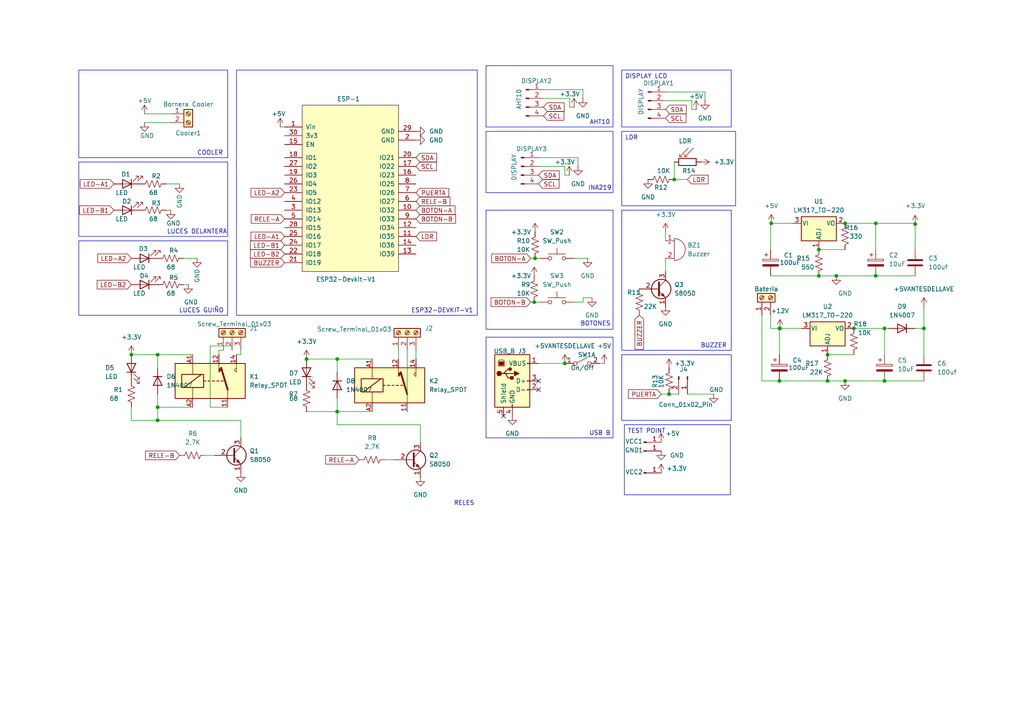
<source format=kicad_sch>
(kicad_sch (version 20231120) (generator "eeschema") (generator_version "8.0")
  (paper "A4")
  (lib_symbols
    (symbol "Connector:Conn_01x01_Pin" (pin_names (offset 1.016) hide)
      (property "Reference" "J" (at 0 2.54 0))
      (property "Value" "Conn_01x01_Pin" (at 0 -2.54 0))
      (symbol "Conn_01x01_Pin_1_1"
        (pin passive line (at 5.08 0 180) (length 3.81) (name "Pin_1") (number "1"))
      )
    )
    (symbol "Connector:Conn_01x02_Pin" (pin_names (offset 1.016) hide)
      (property "Reference" "J" (at 0 2.54 0))
      (property "Value" "Conn_01x02_Pin" (at 0 -5.08 0))
      (symbol "Conn_01x02_Pin_1_1"
        (pin passive line (at 5.08 0 180) (length 3.81) (name "Pin_1") (number "1"))
        (pin passive line (at 5.08 -2.54 180) (length 3.81) (name "Pin_2") (number "2"))
      )
    )
    (symbol "Connector:Conn_01x04_Pin" (pin_names (offset 1.016) hide)
      (property "Reference" "J" (at 0 5.08 0))
      (property "Value" "Conn_01x04_Pin" (at 0 -7.62 0))
      (symbol "Conn_01x04_Pin_1_1"
        (pin passive line (at 5.08 2.54 180) (length 3.81) (name "Pin_1") (number "1"))
        (pin passive line (at 5.08 0 180) (length 3.81) (name "Pin_2") (number "2"))
        (pin passive line (at 5.08 -2.54 180) (length 3.81) (name "Pin_3") (number "3"))
        (pin passive line (at 5.08 -5.08 180) (length 3.81) (name "Pin_4") (number "4"))
      )
    )
    (symbol "Connector:Screw_Terminal_01x02" (pin_names (offset 1.016) hide)
      (property "Reference" "J" (at 0 2.54 0))
      (property "Value" "Screw_Terminal_01x02" (at 0 -5.08 0))
      (symbol "Screw_Terminal_01x02_1_1"
        (pin passive line (at -5.08 0 0) (length 3.81) (name "Pin_1") (number "1"))
        (pin passive line (at -5.08 -2.54 0) (length 3.81) (name "Pin_2") (number "2"))
      )
    )
    (symbol "Connector:Screw_Terminal_01x03" (pin_names (offset 1.016) hide)
      (property "Reference" "J" (at 0 5.08 0))
      (property "Value" "Screw_Terminal_01x03" (at 0 -5.08 0))
      (symbol "Screw_Terminal_01x03_1_1"
        (pin passive line (at -5.08 2.54 0) (length 3.81) (name "Pin_1") (number "1"))
        (pin passive line (at -5.08 0 0) (length 3.81) (name "Pin_2") (number "2"))
        (pin passive line (at -5.08 -2.54 0) (length 3.81) (name "Pin_3") (number "3"))
      )
    )
    (symbol "Connector:USB_B" (pin_names (offset 1.016))
      (property "Reference" "J" (at -5.08 11.43 0))
      (property "Value" "USB_B" (at -5.08 8.89 0))
      (symbol "USB_B_1_1"
        (pin power_out line (at 7.62 5.08 180) (length 2.54) (name "VBUS") (number "1"))
        (pin bidirectional line (at 7.62 -2.54 180) (length 2.54) (name "D-") (number "2"))
        (pin bidirectional line (at 7.62 0 180) (length 2.54) (name "D+") (number "3"))
        (pin power_out line (at 0 -10.16 90) (length 2.54) (name "GND") (number "4"))
        (pin passive line (at -2.54 -10.16 90) (length 2.54) (name "Shield") (number "5"))
      )
    )
    (symbol "Device:Buzzer" (pin_names (offset 0.0254) hide)
      (property "Reference" "BZ" (at 3.81 1.27 0))
      (property "Value" "Buzzer" (at 3.81 -1.27 0))
      (symbol "Buzzer_1_1"
        (pin passive line (at -2.54 2.54 0) (length 2.54) (name "+") (number "1"))
        (pin passive line (at -2.54 -2.54 0) (length 2.54) (name "-") (number "2"))
      )
    )
    (symbol "Device:C" (pin_numbers hide) (pin_names (offset 0.254))
      (property "Reference" "C" (at 0.635 2.54 0))
      (property "Value" "C" (at 0.635 -2.54 0))
      (symbol "C_1_1"
        (pin passive line (at 0 3.81 270) (length 2.794) (name "~") (number "1"))
        (pin passive line (at 0 -3.81 90) (length 2.794) (name "~") (number "2"))
      )
    )
    (symbol "Device:C_Polarized" (pin_numbers hide) (pin_names (offset 0.254))
      (property "Reference" "C" (at 0.635 2.54 0))
      (property "Value" "C_Polarized" (at 0.635 -2.54 0))
      (symbol "C_Polarized_1_1"
        (pin passive line (at 0 3.81 270) (length 2.794) (name "~") (number "1"))
        (pin passive line (at 0 -3.81 90) (length 2.794) (name "~") (number "2"))
      )
    )
    (symbol "Device:LED" (pin_numbers hide) (pin_names (offset 1.016) hide)
      (property "Reference" "D" (at 0 2.54 0))
      (property "Value" "LED" (at 0 -2.54 0))
      (symbol "LED_1_1"
        (pin passive line (at -3.81 0 0) (length 2.54) (name "K") (number "1"))
        (pin passive line (at 3.81 0 180) (length 2.54) (name "A") (number "2"))
      )
    )
    (symbol "Device:R_US" (pin_numbers hide) (pin_names (offset 0))
      (property "Reference" "R" (at 2.54 0 90))
      (property "Value" "R_US" (at -2.54 0 90))
      (symbol "R_US_1_1"
        (pin passive line (at 0 3.81 270) (length 1.27) (name "~") (number "1"))
        (pin passive line (at 0 -3.81 90) (length 1.27) (name "~") (number "2"))
      )
    )
    (symbol "Diode:1N4007" (pin_numbers hide) (pin_names hide)
      (property "Reference" "D" (at 0 2.54 0))
      (property "Value" "1N4007" (at 0 -2.54 0))
      (symbol "1N4007_1_1"
        (pin passive line (at -3.81 0 0) (length 2.54) (name "K") (number "1"))
        (pin passive line (at 3.81 0 180) (length 2.54) (name "A") (number "2"))
      )
    )
    (symbol "Regulator_Linear:LM317_TO-220" (pin_names (offset 0.254))
      (property "Reference" "U" (at -3.81 3.175 0))
      (property "Value" "LM317_TO-220" (at 0 3.175 0))
      (symbol "LM317_TO-220_1_1"
        (pin input line (at 0 -7.62 90) (length 2.54) (name "ADJ") (number "1"))
        (pin power_out line (at 7.62 0 180) (length 2.54) (name "VO") (number "2"))
        (pin power_in line (at -7.62 0 0) (length 2.54) (name "VI") (number "3"))
      )
    )
    (symbol "Relay:Relay_SPDT"
      (property "Reference" "K" (at 11.43 3.81 0))
      (property "Value" "Relay_SPDT" (at 11.43 1.27 0))
      (symbol "Relay_SPDT_1_1"
        (pin passive line (at 5.08 -7.62 90) (length 2.54) (name "~") (number "11"))
        (pin passive line (at 2.54 7.62 270) (length 2.54) (name "~") (number "12"))
        (pin passive line (at 7.62 7.62 270) (length 2.54) (name "~") (number "14"))
        (pin passive line (at -5.08 7.62 270) (length 2.54) (name "~") (number "A1"))
        (pin passive line (at -5.08 -7.62 90) (length 2.54) (name "~") (number "A2"))
      )
    )
    (symbol "Sensor_Optical:A1050" (pin_numbers hide) (pin_names (offset 0))
      (property "Reference" "R" (at -5.08 0 90))
      (property "Value" "A1050" (at 1.905 0 90))
      (symbol "A1050_1_1"
        (pin passive line (at 0 3.81 270) (length 1.27) (name "~") (number "1"))
        (pin passive line (at 0 -3.81 90) (length 1.27) (name "~") (number "2"))
      )
    )
    (symbol "Switch:SW_DPST_x2" (pin_names (offset 0) hide)
      (property "Reference" "SW" (at 0 3.175 0))
      (property "Value" "SW_DPST_x2" (at 0 -2.54 0))
      (symbol "SW_DPST_x2_1_1"
        (pin passive line (at -5.08 0 0) (length 2.54) (name "A") (number "1"))
        (pin passive line (at 5.08 0 180) (length 2.54) (name "B") (number "2"))
      )
      (symbol "SW_DPST_x2_2_1"
        (pin passive line (at -5.08 0 0) (length 2.54) (name "A") (number "3"))
        (pin passive line (at 5.08 0 180) (length 2.54) (name "B") (number "4"))
      )
    )
    (symbol "Switch:SW_Push" (pin_numbers hide) (pin_names (offset 1.016) hide)
      (property "Reference" "SW" (at 1.27 2.54 0))
      (property "Value" "SW_Push" (at 0 -1.524 0))
      (symbol "SW_Push_0_1"
        (pin passive line (at -5.08 0 0) (length 2.54) (name "1") (number "1"))
        (pin passive line (at 5.08 0 180) (length 2.54) (name "2") (number "2"))
      )
    )
    (symbol "Transistor_BJT:S8050" (pin_names (offset 0) hide)
      (property "Reference" "Q" (at 5.08 1.905 0))
      (property "Value" "S8050" (at 5.08 0 0))
      (symbol "S8050_1_1"
        (pin passive line (at 2.54 -5.08 90) (length 2.54) (name "E") (number "1"))
        (pin input line (at -5.08 0 0) (length 5.08) (name "B") (number "2"))
        (pin passive line (at 2.54 5.08 270) (length 2.54) (name "C") (number "3"))
      )
    )
    (symbol "esp32-devkit-v1:ESP32-Devkit-V1" (pin_names (offset 1.016))
      (property "Reference" "U" (at 13.97 -21.59 0))
      (property "Value" "ESP32-Devkit-V1" (at 13.97 -2.54 0))
      (symbol "ESP32-Devkit-V1_1_1"
        (pin power_in line (at -5.08 -6.35 0) (length 5.08) (name "Vin") (number "1"))
        (pin bidirectional line (at 33.02 -30.48 180) (length 5.08) (name "IO32") (number "10"))
        (pin bidirectional line (at 33.02 -38.1 180) (length 5.08) (name "IO35") (number "11"))
        (pin bidirectional line (at 33.02 -35.56 180) (length 5.08) (name "IO34") (number "12"))
        (pin bidirectional line (at 33.02 -43.18 180) (length 5.08) (name "IO39") (number "13"))
        (pin bidirectional line (at 33.02 -40.64 180) (length 5.08) (name "IO36") (number "14"))
        (pin input line (at -5.08 -11.43 0) (length 5.08) (name "EN") (number "15"))
        (pin bidirectional line (at 33.02 -20.32 180) (length 5.08) (name "IO23") (number "16"))
        (pin bidirectional line (at 33.02 -17.78 180) (length 5.08) (name "IO22") (number "17"))
        (pin bidirectional line (at -5.08 -15.24 0) (length 5.08) (name "IO1") (number "18"))
        (pin bidirectional line (at -5.08 -20.32 0) (length 5.08) (name "IO3") (number "19"))
        (pin power_out line (at 33.02 -10.16 180) (length 5.08) (name "GND") (number "2"))
        (pin bidirectional line (at 33.02 -15.24 180) (length 5.08) (name "IO21") (number "20"))
        (pin bidirectional line (at -5.08 -45.72 0) (length 5.08) (name "IO19") (number "21"))
        (pin bidirectional line (at -5.08 -43.18 0) (length 5.08) (name "IO18") (number "22"))
        (pin bidirectional line (at -5.08 -25.4 0) (length 5.08) (name "IO5") (number "23"))
        (pin bidirectional line (at -5.08 -40.64 0) (length 5.08) (name "IO17") (number "24"))
        (pin bidirectional line (at -5.08 -38.1 0) (length 5.08) (name "IO16") (number "25"))
        (pin bidirectional line (at -5.08 -22.86 0) (length 5.08) (name "IO4") (number "26"))
        (pin bidirectional line (at -5.08 -17.78 0) (length 5.08) (name "IO2") (number "27"))
        (pin bidirectional line (at -5.08 -35.56 0) (length 5.08) (name "IO15") (number "28"))
        (pin power_out line (at 33.02 -7.62 180) (length 5.08) (name "GND") (number "29"))
        (pin bidirectional line (at -5.08 -30.48 0) (length 5.08) (name "IO13") (number "3"))
        (pin power_out line (at -5.08 -8.89 0) (length 5.08) (name "3v3") (number "30"))
        (pin bidirectional line (at -5.08 -27.94 0) (length 5.08) (name "IO12") (number "4"))
        (pin bidirectional line (at -5.08 -33.02 0) (length 5.08) (name "IO14") (number "5"))
        (pin bidirectional line (at 33.02 -27.94 180) (length 5.08) (name "IO27") (number "6"))
        (pin bidirectional line (at 33.02 -25.4 180) (length 5.08) (name "IO26") (number "7"))
        (pin bidirectional line (at 33.02 -22.86 180) (length 5.08) (name "IO25") (number "8"))
        (pin bidirectional line (at 33.02 -33.02 180) (length 5.08) (name "IO33") (number "9"))
      )
    )
    (symbol "power:+3.3V" (power) (pin_numbers hide) (pin_names (offset 0) hide)
      (property "Value" "+3.3V" (at 0 3.556 0))
      (symbol "+3.3V_1_1"
        (pin power_in line (at 0 0 90) (length 0) (name "~") (number "1"))
      )
    )
    (symbol "power:+5V" (power) (pin_numbers hide) (pin_names (offset 0) hide)
      (property "Value" "+5V" (at 0 3.556 0))
      (symbol "+5V_1_1"
        (pin power_in line (at 0 0 90) (length 0) (name "~") (number "1"))
      )
    )
    (symbol "power:GND" (power) (pin_numbers hide) (pin_names (offset 0) hide)
      (property "Value" "GND" (at 0 -3.81 0))
      (symbol "GND_1_1"
        (pin power_in line (at 0 0 270) (length 0) (name "~") (number "1"))
      )
    )
  )
  (junction (at 256.54 95.25))
  (junction (at 240.03 110.49))
  (junction (at 194.056 114.3))
  (junction (at 45.72 118.11))
  (junction (at 88.9 104.14))
  (junction (at 242.57 80.01))
  (junction (at 245.11 64.77))
  (junction (at 45.72 121.92))
  (junction (at 254 64.77))
  (junction (at 154.94 87.63))
  (junction (at 245.11 110.49))
  (junction (at 38.1 102.87))
  (junction (at 97.79 104.14))
  (junction (at 265.43 65.0001))
  (junction (at 237.49 72.39))
  (junction (at 267.97 95.25))
  (junction (at 163.83 105.41))
  (junction (at 254 80.01))
  (junction (at 97.79 119.38))
  (junction (at 226.06 110.49))
  (junction (at 223.686 64.77))
  (junction (at 247.65 95.25))
  (junction (at 226.06 95.25))
  (junction (at 45.72 102.87))
  (junction (at 237.49 80.01))
  (junction (at 155.194 74.93))
  (junction (at 226.226 95.25))
  (junction (at 256.54 110.49))
  (junction (at 240.03 102.87))
  (junction (at 195.58 52.07))
  (no_connect (at 156.21 110.49))
  (no_connect (at 146.05 120.65))
  (no_connect (at 156.21 113.03))
  (wire (pts (xy 220.98 91.44) (xy 220.98 110.49)))
  (wire (pts (xy 226.226 95.25) (xy 226.06 95.25)))
  (wire (pts (xy 97.79 104.14) (xy 97.79 107.95)))
  (wire (pts (xy 169.164 87.63) (xy 166.624 87.63)))
  (wire (pts (xy 265.43 64.77) (xy 254 64.77)))
  (wire (pts (xy 200.66 29.21) (xy 193.04 29.21)))
  (wire (pts (xy 204.47 29.21) (xy 204.47 26.67)))
  (wire (pts (xy 45.72 102.87) (xy 45.72 106.68)))
  (wire (pts (xy 118.11 101.6) (xy 118.11 119.38)))
  (wire (pts (xy 49.53 60.96) (xy 48.26 60.96)))
  (wire (pts (xy 237.49 80.01) (xy 242.57 80.01)))
  (wire (pts (xy 115.57 101.6) (xy 115.57 104.14)))
  (wire (pts (xy 240.03 110.49) (xy 245.11 110.49)))
  (wire (pts (xy 165.2503 28.535) (xy 157.6303 28.535)))
  (wire (pts (xy 229.87 64.77) (xy 223.686 64.77)))
  (wire (pts (xy 121.92 123.19) (xy 97.79 123.19)))
  (wire (pts (xy 193.04 74.93) (xy 193.04 78.74)))
  (wire (pts (xy 265.43 65.0001) (xy 265.43 64.77)))
  (wire (pts (xy 57.15 74.93) (xy 53.34 74.93)))
  (wire (pts (xy 88.9 119.38) (xy 97.79 119.38)))
  (wire (pts (xy 256.54 110.49) (xy 267.97 110.49)))
  (wire (pts (xy 254 72.39) (xy 254 64.77)))
  (wire (pts (xy 38.1 102.87) (xy 45.72 102.87)))
  (wire (pts (xy 107.95 119.38) (xy 97.79 119.38)))
  (wire (pts (xy 165.1 50.8) (xy 163.83 50.8)))
  (wire (pts (xy 97.79 119.38) (xy 97.79 115.57)))
  (wire (pts (xy 107.95 104.14) (xy 97.79 104.14)))
  (wire (pts (xy 169.164 86.36) (xy 169.164 87.63)))
  (wire (pts (xy 223.52 80.01) (xy 237.49 80.01)))
  (wire (pts (xy 256.54 95.25) (xy 257.81 95.25)))
  (wire (pts (xy 68.58 102.87) (xy 69.85 102.87)))
  (wire (pts (xy 120.65 101.6) (xy 120.65 104.14)))
  (wire (pts (xy 240.03 102.87) (xy 247.65 102.87)))
  (wire (pts (xy 200.66 31.75) (xy 200.66 29.21)))
  (wire (pts (xy 204.47 26.67) (xy 193.04 26.67)))
  (wire (pts (xy 54.61 82.55) (xy 53.34 82.55)))
  (wire (pts (xy 237.49 72.39) (xy 245.11 72.39)))
  (wire (pts (xy 195.58 46.99) (xy 195.58 52.07)))
  (wire (pts (xy 81.28 36.83) (xy 82.55 36.83)))
  (wire (pts (xy 163.83 50.8) (xy 163.83 48.26)))
  (wire (pts (xy 60.96 100.33) (xy 60.96 118.11)))
  (wire (pts (xy 38.1 121.92) (xy 45.72 121.92)))
  (wire (pts (xy 111.76 133.35) (xy 114.3 133.35)))
  (wire (pts (xy 52.07 53.34) (xy 48.26 53.34)))
  (wire (pts (xy 59.69 132.08) (xy 62.23 132.08)))
  (wire (pts (xy 154.94 87.63) (xy 156.464 87.63)))
  (wire (pts (xy 226.06 110.49) (xy 240.03 110.49)))
  (wire (pts (xy 256.54 102.87) (xy 256.54 95.25)))
  (wire (pts (xy 169.0603 28.535) (xy 169.0603 25.995)))
  (wire (pts (xy 232.41 95.25) (xy 226.226 95.25)))
  (wire (pts (xy 265.43 72.39) (xy 265.43 65.0001)))
  (wire (pts (xy 155.194 74.93) (xy 156.464 74.93)))
  (wire (pts (xy 41.91 35.56) (xy 49.53 35.56)))
  (wire (pts (xy 38.1 118.11) (xy 38.1 121.92)))
  (wire (pts (xy 67.31 101.6) (xy 67.31 100.33)))
  (wire (pts (xy 223.52 95.25) (xy 226.06 95.25)))
  (wire (pts (xy 169.0603 25.995) (xy 157.6303 25.995)))
  (wire (pts (xy 63.5 101.6) (xy 63.5 102.87)))
  (wire (pts (xy 254 80.01) (xy 265.43 80.01)))
  (wire (pts (xy 69.85 102.87) (xy 69.85 101.6)))
  (wire (pts (xy 166.5203 31.075) (xy 165.2503 31.075)))
  (wire (pts (xy 223.52 64.77) (xy 223.52 72.39)))
  (wire (pts (xy 199.39 114.3) (xy 207.01 114.3)))
  (wire (pts (xy 69.85 127) (xy 69.85 121.92)))
  (wire (pts (xy 226.06 95.25) (xy 226.06 102.87)))
  (wire (pts (xy 60.96 118.11) (xy 66.04 118.11)))
  (wire (pts (xy 167.64 45.72) (xy 156.21 45.72)))
  (wire (pts (xy 223.52 91.44) (xy 223.52 95.25)))
  (wire (pts (xy 153.924 74.93) (xy 155.194 74.93)))
  (wire (pts (xy 41.91 33.02) (xy 49.53 33.02)))
  (wire (pts (xy 191.77 114.3) (xy 194.056 114.3)))
  (wire (pts (xy 55.88 118.11) (xy 45.72 118.11)))
  (wire (pts (xy 167.64 48.26) (xy 167.64 45.72)))
  (wire (pts (xy 165.2503 31.075) (xy 165.2503 28.535)))
  (wire (pts (xy 245.11 110.49) (xy 256.54 110.49)))
  (wire (pts (xy 254 64.77) (xy 245.11 64.77)))
  (wire (pts (xy 45.72 121.92) (xy 45.72 118.11)))
  (wire (pts (xy 242.57 80.01) (xy 254 80.01)))
  (wire (pts (xy 267.97 95.25) (xy 267.97 102.87)))
  (wire (pts (xy 69.85 121.92) (xy 45.72 121.92)))
  (wire (pts (xy 156.21 105.41) (xy 163.83 105.41)))
  (wire (pts (xy 88.9 104.14) (xy 97.79 104.14)))
  (wire (pts (xy 64.77 101.6) (xy 63.5 101.6)))
  (wire (pts (xy 45.72 118.11) (xy 45.72 114.3)))
  (wire (pts (xy 67.31 100.33) (xy 60.96 100.33)))
  (wire (pts (xy 163.83 48.26) (xy 156.21 48.26)))
  (wire (pts (xy 153.924 87.63) (xy 154.94 87.63)))
  (wire (pts (xy 226.06 110.49) (xy 220.98 110.49)))
  (wire (pts (xy 201.93 31.75) (xy 200.66 31.75)))
  (wire (pts (xy 194.056 114.3) (xy 196.85 114.3)))
  (wire (pts (xy 55.88 102.87) (xy 45.72 102.87)))
  (wire (pts (xy 223.686 64.77) (xy 223.52 64.77)))
  (wire (pts (xy 267.97 95.25) (xy 267.97 88.9)))
  (wire (pts (xy 169.164 86.36) (xy 171.704 86.36)))
  (wire (pts (xy 199.39 52.07) (xy 195.58 52.07)))
  (wire (pts (xy 265.43 95.25) (xy 267.97 95.25)))
  (wire (pts (xy 193.04 67.31) (xy 193.04 69.85)))
  (wire (pts (xy 97.79 123.19) (xy 97.79 119.38)))
  (wire (pts (xy 166.624 74.93) (xy 170.434 74.93)))
  (wire (pts (xy 175.26 105.41) (xy 173.99 105.41)))
  (wire (pts (xy 256.54 95.25) (xy 247.65 95.25)))
  (wire (pts (xy 121.92 128.27) (xy 121.92 123.19)))
  (rectangle (start 180.34 60.96) (end 212.09 101.6))
  (rectangle (start 140.97 19.05) (end 177.8 36.83))
  (rectangle (start 180.34 102.87) (end 212.09 121.92))
  (rectangle (start 22.86 69.85) (end 66.04 91.44))
  (rectangle (start 22.86 46.99) (end 66.04 68.58))
  (rectangle (start 140.97 97.79) (end 177.8 127))
  (rectangle (start 22.86 20.32) (end 66.04 45.72))
  (rectangle (start 140.97 38.1) (end 177.8 55.88))
  (rectangle (start 68.58 20.32) (end 138.43 91.44))
  (rectangle (start 140.97 60.96) (end 177.8 95.504))
  (text_box "TEST POINT\n" (at 181.102 123.19 0) (size 30.734 20.32) (effects (font (size 1.27 1.27)) (justify left top)))
  (text_box "LDR\n" (at 180.34 38.1 0) (size 33.02 21.59) (effects (font (size 1.27 1.27)) (justify left top)))
  (text_box "DISPLAY LCD" (at 180.34 20.32 0) (size 31.75 16.51) (effects (font (size 1.27 1.27)) (justify left top)))
  (text "INA219" (at 173.99 54.61 0) (effects (font (size 1.27 1.27))))
  (text "LUCES DELANTERA" (at 57.15 67.31 0) (effects (font (size 1.27 1.27))))
  (text "LUCES GUIÑO" (at 58.42 90.17 0) (effects (font (size 1.27 1.27))))
  (text "ESP32-DEVKIT-V1" (at 128.27 90.17 0) (effects (font (size 1.27 1.27))))
  (text "RELES\n" (at 134.62 146.05 0) (effects (font (size 1.27 1.27))))
  (text "USB B" (at 173.99 125.73 0) (effects (font (size 1.27 1.27))))
  (text "COOLER" (at 60.96 44.45 0) (effects (font (size 1.27 1.27))))
  (text "BOTONES\n" (at 172.72 93.98 0) (effects (font (size 1.27 1.27))))
  (text "BUZZER" (at 207.01 100.33 0) (effects (font (size 1.27 1.27))))
  (text "AHT10" (at 173.99 35.56 0) (effects (font (size 1.27 1.27))))
  (global_label "LED-A1" (shape input) (at 82.55 68.58 180) (property "Intersheetrefs" "${INTERSHEET_REFS}" (effects (hide yes))))
  (global_label "SDA" (shape input) (at 156.21 50.8 0) (property "Intersheetrefs" "${INTERSHEET_REFS}" (effects (hide yes))))
  (global_label "BOTON-A" (shape input) (at 120.65 60.96 0) (property "Intersheetrefs" "${INTERSHEET_REFS}" (effects (hide yes))))
  (global_label "PUERTA" (shape input) (at 191.77 114.3 180) (property "Intersheetrefs" "${INTERSHEET_REFS}" (effects (hide yes))))
  (global_label "SDA" (shape input) (at 193.04 31.75 0) (property "Intersheetrefs" "${INTERSHEET_REFS}" (effects (hide yes))))
  (global_label "RELE-A" (shape input) (at 104.14 133.35 180) (property "Intersheetrefs" "${INTERSHEET_REFS}" (effects (hide yes))))
  (global_label "SDA" (shape input) (at 120.65 45.72 0) (property "Intersheetrefs" "${INTERSHEET_REFS}" (effects (hide yes))))
  (global_label "BOTON-B" (shape input) (at 120.65 63.5 0) (property "Intersheetrefs" "${INTERSHEET_REFS}" (effects (hide yes))))
  (global_label "SDA" (shape input) (at 157.6303 31.075 0) (property "Intersheetrefs" "${INTERSHEET_REFS}" (effects (hide yes))))
  (global_label "RELE-A" (shape input) (at 82.55 63.5 180) (property "Intersheetrefs" "${INTERSHEET_REFS}" (effects (hide yes))))
  (global_label "LED-A2" (shape input) (at 38.1 74.93 180) (property "Intersheetrefs" "${INTERSHEET_REFS}" (effects (hide yes))))
  (global_label "BUZZER" (shape input) (at 82.55 76.2 180) (property "Intersheetrefs" "${INTERSHEET_REFS}" (effects (hide yes))))
  (global_label "SCL" (shape input) (at 193.04 34.29 0) (property "Intersheetrefs" "${INTERSHEET_REFS}" (effects (hide yes))))
  (global_label "SCL" (shape input) (at 157.6303 33.615 0) (property "Intersheetrefs" "${INTERSHEET_REFS}" (effects (hide yes))))
  (global_label "LDR" (shape input) (at 120.65 68.58 0) (property "Intersheetrefs" "${INTERSHEET_REFS}" (effects (hide yes))))
  (global_label "LED-B1" (shape input) (at 33.02 60.96 180) (property "Intersheetrefs" "${INTERSHEET_REFS}" (effects (hide yes))))
  (global_label "LDR" (shape input) (at 199.39 52.07 0) (property "Intersheetrefs" "${INTERSHEET_REFS}" (effects (hide yes))))
  (global_label "LED-B1" (shape input) (at 82.55 71.12 180) (property "Intersheetrefs" "${INTERSHEET_REFS}" (effects (hide yes))))
  (global_label "LED-A1" (shape input) (at 33.02 53.34 180) (property "Intersheetrefs" "${INTERSHEET_REFS}" (effects (hide yes))))
  (global_label "BUZZER" (shape input) (at 185.42 91.44 270) (property "Intersheetrefs" "${INTERSHEET_REFS}" (effects (hide yes))))
  (global_label "BOTON-A" (shape input) (at 153.924 74.93 180) (property "Intersheetrefs" "${INTERSHEET_REFS}" (effects (hide yes))))
  (global_label "SCL" (shape input) (at 156.21 53.34 0) (property "Intersheetrefs" "${INTERSHEET_REFS}" (effects (hide yes))))
  (global_label "BOTON-B" (shape input) (at 153.924 87.63 180) (property "Intersheetrefs" "${INTERSHEET_REFS}" (effects (hide yes))))
  (global_label "PUERTA" (shape input) (at 120.65 55.88 0) (property "Intersheetrefs" "${INTERSHEET_REFS}" (effects (hide yes))))
  (global_label "SCL" (shape input) (at 120.65 48.26 0) (property "Intersheetrefs" "${INTERSHEET_REFS}" (effects (hide yes))))
  (global_label "RELE-B" (shape input) (at 120.65 58.42 0) (property "Intersheetrefs" "${INTERSHEET_REFS}" (effects (hide yes))))
  (global_label "RELE-B" (shape input) (at 52.07 132.08 180) (property "Intersheetrefs" "${INTERSHEET_REFS}" (effects (hide yes))))
  (global_label "LED-B2" (shape input) (at 38.1 82.55 180) (property "Intersheetrefs" "${INTERSHEET_REFS}" (effects (hide yes))))
  (global_label "LED-A2" (shape input) (at 82.55 55.88 180) (property "Intersheetrefs" "${INTERSHEET_REFS}" (effects (hide yes))))
  (global_label "LED-B2" (shape input) (at 82.55 73.66 180) (property "Intersheetrefs" "${INTERSHEET_REFS}" (effects (hide yes))))
  (symbol (lib_id "power:+5V") (at 81.28 36.83 0) (unit 1)
    (property "Reference" "#PWR010" (effects (hide yes)))
    (property "Value" "+5V" (at 78.74 33.02 0) (effects (justify left)))
    (property "Description" "Power symbol creates a global label with name \"+5V\"" (effects (hide yes)))
  )
  (symbol (lib_id "power:GND") (at 242.57 80.01 0) (unit 1)
    (property "Reference" "#PWR018" (effects (hide yes)))
    (property "Value" "GND" (at 245.11 85.09 0))
    (property "Description" "Power symbol creates a global label with name \"GND\" , ground" (effects (hide yes)))
  )
  (symbol (lib_id "Device:R_US") (at 240.03 106.68 0) (mirror y) (unit 1)
    (property "Reference" "R17" (at 237.49 105.4099 0) (effects (justify left)))
    (property "Value" "22K" (at 238.76 107.95 0) (effects (justify left)))
    (property "Footprint" "Resistor_THT:R_Axial_DIN0207_L6.3mm_D2.5mm_P10.16mm_Horizontal" (effects (hide yes)))
    (property "Description" "Resistor, US symbol" (effects (hide yes)))
  )
  (symbol (lib_id "Connector:Screw_Terminal_01x02") (at 54.61 33.02 0) (unit 1)
    (property "Reference" "Cooler1" (at 54.61 38.608 0))
    (property "Value" "Bornera Cooler" (at 54.61 30.226 0))
    (property "Footprint" "TerminalBlock:TerminalBlock_bornier-2_P5.08mm" (effects (hide yes)))
    (property "Description" "Generic screw terminal, single row, 01x02, script generated (kicad-library-utils/schlib/autogen/connector/)" (effects (hide yes)))
  )
  (symbol (lib_id "Device:R_US") (at 49.53 74.93 270) (unit 1)
    (property "Reference" "R4" (at 49.022 72.644 90) (effects (justify left)))
    (property "Value" "68" (at 48.2601 77.47 90) (effects (justify left)))
    (property "Footprint" "Resistor_THT:R_Axial_DIN0207_L6.3mm_D2.5mm_P10.16mm_Horizontal" (effects (hide yes)))
    (property "Description" "Resistor, US symbol" (effects (hide yes)))
  )
  (symbol (lib_id "Transistor_BJT:S8050") (at 67.31 132.08 0) (unit 1)
    (property "Reference" "Q1" (at 72.39 130.8099 0) (effects (justify left)))
    (property "Value" "S8050" (at 72.39 133.3499 0) (effects (justify left)))
    (property "Footprint" "Package_TO_SOT_THT:TO-92_Inline" (effects (hide yes)))
    (property "Datasheet" "http://www.unisonic.com.tw/datasheet/S8050.pdf" (effects (hide yes)))
    (property "Description" "0.7A Ic, 20V Vce, Low Voltage High Current NPN Transistor, TO-92" (effects (hide yes)))
  )
  (symbol (lib_id "power:+3.3V") (at 203.2 46.99 270) (unit 1)
    (property "Reference" "#PWR037" (effects (hide yes)))
    (property "Value" "+3.3V" (at 207.01 46.9899 90) (effects (justify left)))
    (property "Description" "Power symbol creates a global label with name \"+3.3V\"" (effects (hide yes)))
  )
  (symbol (lib_id "Device:R_US") (at 38.1 114.3 0) (unit 1)
    (property "Reference" "R1" (at 34.29 113.03 0))
    (property "Value" "68" (at 31.75 115.57 0) (effects (justify left)))
    (property "Footprint" "Resistor_THT:R_Axial_DIN0207_L6.3mm_D2.5mm_P10.16mm_Horizontal" (effects (hide yes)))
    (property "Description" "Resistor, US symbol" (effects (hide yes)))
  )
  (symbol (lib_id "Device:R_US") (at 88.9 115.57 0) (unit 1)
    (property "Reference" "R7" (at 85.09 114.3 0))
    (property "Value" "68" (at 83.82 115.57 0) (effects (justify left)))
    (property "Footprint" "Resistor_THT:R_Axial_DIN0207_L6.3mm_D2.5mm_P10.16mm_Horizontal" (effects (hide yes)))
    (property "Description" "Resistor, US symbol" (effects (hide yes)))
  )
  (symbol (lib_id "power:+5V") (at 226.226 95.25 0) (unit 1)
    (property "Reference" "#PWR025" (effects (hide yes)))
    (property "Value" "+12V" (at 226.226 90.17 0))
    (property "Description" "Power symbol creates a global label with name \"+5V\"" (effects (hide yes)))
  )
  (symbol (lib_id "Transistor_BJT:S8050") (at 190.5 83.82 0) (unit 1)
    (property "Reference" "Q3" (at 195.58 82.5499 0) (effects (justify left)))
    (property "Value" "S8050" (at 195.58 85.0899 0) (effects (justify left)))
    (property "Footprint" "Package_TO_SOT_THT:TO-92_Inline" (effects (hide yes)))
    (property "Datasheet" "http://www.unisonic.com.tw/datasheet/S8050.pdf" (effects (hide yes)))
    (property "Description" "0.7A Ic, 20V Vce, Low Voltage High Current NPN Transistor, TO-92" (effects (hide yes)))
  )
  (symbol (lib_id "power:GND") (at 245.11 110.49 0) (unit 1)
    (property "Reference" "#PWR033" (effects (hide yes)))
    (property "Value" "GND" (at 245.11 115.57 0))
    (property "Description" "Power symbol creates a global label with name \"GND\" , ground" (effects (hide yes)))
  )
  (symbol (lib_id "Connector:Conn_01x01_Pin") (at 186.69 137.16 0) (unit 1)
    (property "Reference" "VCC2" (at 183.896 136.906 0))
    (property "Value" "Conn_01x01_Pin" (effects (hide yes)))
    (property "Footprint" "Connector_PinHeader_2.54mm:PinHeader_1x01_P2.54mm_Vertical" (effects (hide yes)))
    (property "Description" "Generic connector, single row, 01x01, script generated" (effects (hide yes)))
  )
  (symbol (lib_id "Device:Buzzer") (at 195.58 72.39 0) (unit 1)
    (property "Reference" "BZ1" (at 199.39 71.1199 0) (effects (justify left)))
    (property "Value" "Buzzer" (at 199.39 73.6599 0) (effects (justify left)))
    (property "Footprint" "Buzzer_Beeper:Buzzer_12x9.5RM7.6" (effects (hide yes)))
    (property "Description" "Buzzer, polarized" (effects (hide yes)))
  )
  (symbol (lib_id "power:+3.3V") (at 265.43 65.0001 0) (unit 1)
    (property "Reference" "#PWR011" (effects (hide yes)))
    (property "Value" "+3.3V" (at 265.43 59.69 0))
    (property "Description" "Power symbol creates a global label with name \"+3.3V\"" (effects (hide yes)))
  )
  (symbol (lib_id "power:+3.3V") (at 191.77 137.16 0) (mirror y) (unit 1)
    (property "Reference" "#PWR012" (effects (hide yes)))
    (property "Value" "+3.3V" (at 193.294 135.8899 0) (effects (justify right)))
    (property "Description" "Power symbol creates a global label with name \"+3.3V\"" (effects (hide yes)))
  )
  (symbol (lib_id "Connector:Screw_Terminal_01x03") (at 67.31 96.52 90) (unit 1)
    (property "Reference" "J1" (at 72.39 95.2499 90) (effects (justify right)))
    (property "Value" "Screw_Terminal_01x03" (at 57.15 93.98 90) (effects (justify right)))
    (property "Footprint" "TerminalBlock:TerminalBlock_bornier-3_P5.08mm" (effects (hide yes)))
    (property "Description" "Generic screw terminal, single row, 01x03, script generated (kicad-library-utils/schlib/autogen/connector/)" (effects (hide yes)))
  )
  (symbol (lib_id "Device:R_US") (at 44.45 53.34 270) (unit 1)
    (property "Reference" "R2" (at 43.942 51.054 90) (effects (justify left)))
    (property "Value" "68" (at 43.1801 55.88 90) (effects (justify left)))
    (property "Footprint" "Resistor_THT:R_Axial_DIN0207_L6.3mm_D2.5mm_P10.16mm_Horizontal" (effects (hide yes)))
    (property "Description" "Resistor, US symbol" (effects (hide yes)))
  )
  (symbol (lib_id "power:GND") (at 57.15 74.93 0) (unit 1)
    (property "Reference" "#PWR08" (effects (hide yes)))
    (property "Value" "GND" (at 57.15 80.01 90))
    (property "Description" "Power symbol creates a global label with name \"GND\" , ground" (effects (hide yes)))
  )
  (symbol (lib_id "Device:C") (at 267.97 106.68 0) (unit 1)
    (property "Reference" "C6" (at 271.78 105.4099 0) (effects (justify left)))
    (property "Value" "100uf" (at 271.78 107.9499 0) (effects (justify left)))
    (property "Footprint" "Capacitor_THT:C_Disc_D7.5mm_W4.4mm_P5.00mm" (effects (hide yes)))
    (property "Description" "Unpolarized capacitor" (effects (hide yes)))
  )
  (symbol (lib_id "Device:C_Polarized") (at 226.06 106.68 0) (unit 1)
    (property "Reference" "C4" (at 229.87 104.5209 0) (effects (justify left)))
    (property "Value" "100uF" (at 228.6469 106.6363 0) (effects (justify left)))
    (property "Footprint" "Capacitor_THT:CP_Radial_D6.3mm_P2.50mm" (effects (hide yes)))
    (property "Description" "Polarized capacitor" (effects (hide yes)))
  )
  (symbol (lib_id "Device:R_US") (at 245.11 68.58 0) (mirror x) (unit 1)
    (property "Reference" "R16" (at 248.92 66.04 0) (effects (justify right)))
    (property "Value" "330" (at 250.19 68.58 0) (effects (justify right)))
    (property "Footprint" "Resistor_THT:R_Axial_DIN0207_L6.3mm_D2.5mm_P10.16mm_Horizontal" (effects (hide yes)))
    (property "Description" "Resistor, US symbol" (effects (hide yes)))
  )
  (symbol (lib_id "power:GND") (at 49.53 60.96 0) (unit 1)
    (property "Reference" "#PWR07" (effects (hide yes)))
    (property "Value" "GND" (at 48.26 64.77 0) (effects (justify left)))
    (property "Description" "Power symbol creates a global label with name \"GND\" , ground" (effects (hide yes)))
  )
  (symbol (lib_id "Diode:1N4007") (at 45.72 110.49 270) (unit 1)
    (property "Reference" "D6" (at 48.26 109.2199 90) (effects (justify left)))
    (property "Value" "1N4007" (at 48.26 111.7599 90) (effects (justify left)))
    (property "Footprint" "Diode_THT:D_DO-41_SOD81_P10.16mm_Horizontal" (effects (hide yes)))
    (property "Datasheet" "http://www.vishay.com/docs/88503/1n4001.pdf" (effects (hide yes)))
    (property "Description" "1000V 1A General Purpose Rectifier Diode, DO-41" (effects (hide yes)))
    (property "Sim.Device" "D" (effects (hide yes)))
    (property "Sim.Pins" "1=K 2=A" (effects (hide yes)))
  )
  (symbol (lib_id "power:+3.3V") (at 193.04 67.31 0) (unit 1)
    (property "Reference" "#PWR034" (effects (hide yes)))
    (property "Value" "+3.3V" (at 193.04 62.23 0))
    (property "Description" "Power symbol creates a global label with name \"+3.3V\"" (effects (hide yes)))
  )
  (symbol (lib_id "Transistor_BJT:S8050") (at 119.38 133.35 0) (unit 1)
    (property "Reference" "Q2" (at 124.46 132.0799 0) (effects (justify left)))
    (property "Value" "S8050" (at 124.46 134.6199 0) (effects (justify left)))
    (property "Footprint" "Package_TO_SOT_THT:TO-92_Inline" (effects (hide yes)))
    (property "Datasheet" "http://www.unisonic.com.tw/datasheet/S8050.pdf" (effects (hide yes)))
    (property "Description" "0.7A Ic, 20V Vce, Low Voltage High Current NPN Transistor, TO-92" (effects (hide yes)))
  )
  (symbol (lib_id "Device:R_US") (at 237.49 76.2 0) (mirror y) (unit 1)
    (property "Reference" "R15" (at 234.95 74.9299 0) (effects (justify left)))
    (property "Value" "550" (at 236.22 77.47 0) (effects (justify left)))
    (property "Footprint" "Resistor_THT:R_Axial_DIN0207_L6.3mm_D2.5mm_P10.16mm_Horizontal" (effects (hide yes)))
    (property "Description" "Resistor, US symbol" (effects (hide yes)))
  )
  (symbol (lib_id "power:+5V") (at 201.93 31.75 0) (unit 1)
    (property "Reference" "#PWR04" (effects (hide yes)))
    (property "Value" "+5V" (at 201.93 27.94 0))
    (property "Description" "Power symbol creates a global label with name \"+5V\"" (effects (hide yes)))
  )
  (symbol (lib_id "Connector:Conn_01x04_Pin") (at 152.5503 28.535 0) (unit 1)
    (property "Reference" "DISPLAY2" (at 155.5983 23.455 0))
    (property "Value" "AHT10" (at 150.5183 28.789 90))
    (property "Footprint" "Connector_Molex:Molex_KK-254_AE-6410-04A_1x04_P2.54mm_Vertical" (effects (hide yes)))
    (property "Description" "Generic connector, single row, 01x04, script generated" (effects (hide yes)))
  )
  (symbol (lib_id "power:GND") (at 170.434 74.93 0) (unit 1)
    (property "Reference" "#PWR028" (effects (hide yes)))
    (property "Value" "GND" (at 170.434 80.01 0))
    (property "Description" "Power symbol creates a global label with name \"GND\" , ground" (effects (hide yes)))
  )
  (symbol (lib_id "power:GND") (at 167.64 48.26 0) (unit 1)
    (property "Reference" "#PWR024" (effects (hide yes)))
    (property "Value" "GND" (at 167.64 53.34 0))
    (property "Description" "Power symbol creates a global label with name \"GND\" , ground" (effects (hide yes)))
  )
  (symbol (lib_id "Device:R_US") (at 194.056 110.49 0) (mirror y) (unit 1)
    (property "Reference" "R13" (at 189.9957 108.6751 90) (effects (justify right)))
    (property "Value" "10K" (at 191.77 108.712 90) (effects (justify right)))
    (property "Footprint" "Resistor_THT:R_Axial_DIN0207_L6.3mm_D2.5mm_P10.16mm_Horizontal" (effects (hide yes)))
    (property "Description" "Resistor, US symbol" (effects (hide yes)))
  )
  (symbol (lib_id "power:+5V") (at 267.97 88.9 0) (unit 1)
    (property "Reference" "#PWR043" (effects (hide yes)))
    (property "Value" "+5VANTESDELLAVE" (at 267.97 83.82 0))
    (property "Description" "Power symbol creates a global label with name \"+5V\"" (effects (hide yes)))
  )
  (symbol (lib_id "Device:R_US") (at 191.77 52.07 270) (unit 1)
    (property "Reference" "R12" (at 189.738 54.356 90) (effects (justify left)))
    (property "Value" "10K" (at 190.5 49.53 90) (effects (justify left)))
    (property "Footprint" "Resistor_THT:R_Axial_DIN0207_L6.3mm_D2.5mm_P10.16mm_Horizontal" (effects (hide yes)))
    (property "Description" "Resistor, US symbol" (effects (hide yes)))
  )
  (symbol (lib_id "power:+3.3V") (at 154.94 80.01 0) (mirror y) (unit 1)
    (property "Reference" "#PWR021" (effects (hide yes)))
    (property "Value" "+3.3V" (at 151.13 80.01 0))
    (property "Description" "Power symbol creates a global label with name \"+3.3V\"" (effects (hide yes)))
  )
  (symbol (lib_id "Connector:Conn_01x01_Pin") (at 186.69 128.27 0) (unit 1)
    (property "Reference" "VCC1" (at 183.896 128.016 0))
    (property "Value" "Conn_01x01_Pin" (effects (hide yes)))
    (property "Footprint" "Connector_PinHeader_2.54mm:PinHeader_1x01_P2.54mm_Vertical" (effects (hide yes)))
    (property "Description" "Generic connector, single row, 01x01, script generated" (effects (hide yes)))
  )
  (symbol (lib_id "power:+3.3V") (at 155.194 67.31 0) (mirror y) (unit 1)
    (property "Reference" "#PWR022" (effects (hide yes)))
    (property "Value" "+3.3V" (at 151.13 67.31 0))
    (property "Description" "Power symbol creates a global label with name \"+3.3V\"" (effects (hide yes)))
  )
  (symbol (lib_id "Diode:1N4007") (at 97.79 111.76 270) (unit 1)
    (property "Reference" "D8" (at 100.33 110.4899 90) (effects (justify left)))
    (property "Value" "1N4007" (at 100.33 113.0299 90) (effects (justify left)))
    (property "Footprint" "Diode_THT:D_DO-41_SOD81_P10.16mm_Horizontal" (effects (hide yes)))
    (property "Datasheet" "http://www.vishay.com/docs/88503/1n4001.pdf" (effects (hide yes)))
    (property "Description" "1000V 1A General Purpose Rectifier Diode, DO-41" (effects (hide yes)))
    (property "Sim.Device" "D" (effects (hide yes)))
    (property "Sim.Pins" "1=K 2=A" (effects (hide yes)))
  )
  (symbol (lib_id "Device:R_US") (at 44.45 60.96 270) (unit 1)
    (property "Reference" "R3" (at 43.942 58.928 90) (effects (justify left)))
    (property "Value" "68" (at 43.1801 63.5 90) (effects (justify left)))
    (property "Footprint" "Resistor_THT:R_Axial_DIN0207_L6.3mm_D2.5mm_P10.16mm_Horizontal" (effects (hide yes)))
    (property "Description" "Resistor, US symbol" (effects (hide yes)))
  )
  (symbol (lib_id "power:+3.3V") (at 38.1 102.87 0) (unit 1)
    (property "Reference" "#PWR02" (effects (hide yes)))
    (property "Value" "+3.3V" (at 38.1 97.79 0))
    (property "Description" "Power symbol creates a global label with name \"+3.3V\"" (effects (hide yes)))
  )
  (symbol (lib_id "power:GND") (at 193.04 88.9 0) (unit 1)
    (property "Reference" "#PWR035" (effects (hide yes)))
    (property "Value" "GND" (at 193.04 93.98 0))
    (property "Description" "Power symbol creates a global label with name \"GND\" , ground" (effects (hide yes)))
  )
  (symbol (lib_id "power:+3.3V") (at 194.056 106.68 0) (mirror y) (unit 1)
    (property "Reference" "#PWR036" (effects (hide yes)))
    (property "Value" "+3.3V" (at 195.58 105.4099 0) (effects (justify right)))
    (property "Description" "Power symbol creates a global label with name \"+3.3V\"" (effects (hide yes)))
  )
  (symbol (lib_id "power:GND") (at 121.92 138.43 0) (unit 1)
    (property "Reference" "#PWR014" (effects (hide yes)))
    (property "Value" "GND" (at 121.92 143.51 0))
    (property "Description" "Power symbol creates a global label with name \"GND\" , ground" (effects (hide yes)))
  )
  (symbol (lib_id "Device:R_US") (at 155.194 71.12 0) (mirror y) (unit 1)
    (property "Reference" "R10" (at 149.86 69.85 0) (effects (justify right)))
    (property "Value" "10K" (at 149.86 72.39 0) (effects (justify right)))
    (property "Footprint" "Resistor_THT:R_Axial_DIN0207_L6.3mm_D2.5mm_P10.16mm_Horizontal" (effects (hide yes)))
    (property "Description" "Resistor, US symbol" (effects (hide yes)))
  )
  (symbol (lib_id "Device:R_US") (at 185.42 87.63 0) (unit 1)
    (property "Reference" "R11" (at 181.864 84.836 0) (effects (justify left)))
    (property "Value" "22K" (at 186.69 88.9 0) (effects (justify left)))
    (property "Footprint" "Resistor_THT:R_Axial_DIN0207_L6.3mm_D2.5mm_P10.16mm_Horizontal" (effects (hide yes)))
    (property "Description" "Resistor, US symbol" (effects (hide yes)))
  )
  (symbol (lib_id "power:+5V") (at 191.77 128.27 0) (unit 1)
    (property "Reference" "#PWR030" (effects (hide yes)))
    (property "Value" "+5V" (at 193.04 125.73 0) (effects (justify left)))
    (property "Description" "Power symbol creates a global label with name \"+5V\"" (effects (hide yes)))
  )
  (symbol (lib_id "Connector:Conn_01x04_Pin") (at 187.96 29.21 0) (unit 1)
    (property "Reference" "DISPLAY1" (at 191.008 24.13 0))
    (property "Value" "DISPLAY" (at 185.928 29.464 90))
    (property "Footprint" "Connector_Molex:Molex_KK-254_AE-6410-04A_1x04_P2.54mm_Vertical" (effects (hide yes)))
    (property "Description" "Generic connector, single row, 01x04, script generated" (effects (hide yes)))
  )
  (symbol (lib_id "power:+3.3V") (at 166.5203 31.075 0) (unit 1)
    (property "Reference" "#PWR019" (effects (hide yes)))
    (property "Value" "+3.3V" (at 165.2503 27.265 0))
    (property "Description" "Power symbol creates a global label with name \"+3.3V\"" (effects (hide yes)))
  )
  (symbol (lib_id "power:GND") (at 120.65 38.1 90) (unit 1)
    (property "Reference" "#PWR015" (effects (hide yes)))
    (property "Value" "GND" (at 124.46 38.0999 90) (effects (justify right)))
    (property "Description" "Power symbol creates a global label with name \"GND\" , ground" (effects (hide yes)))
  )
  (symbol (lib_id "power:+5V") (at 41.91 33.02 0) (unit 1)
    (property "Reference" "#PWR01" (effects (hide yes)))
    (property "Value" "+5V" (at 41.91 29.21 0))
    (property "Description" "Power symbol creates a global label with name \"+5V\"" (effects (hide yes)))
  )
  (symbol (lib_id "power:GND") (at 207.01 114.3 0) (unit 1)
    (property "Reference" "#PWR038" (effects (hide yes)))
    (property "Value" "GND" (at 205.74 113.03 0) (effects (justify left)))
    (property "Description" "Power symbol creates a global label with name \"GND\" , ground" (effects (hide yes)))
  )
  (symbol (lib_id "Regulator_Linear:LM317_TO-220") (at 237.49 64.77 0) (unit 1)
    (property "Reference" "U1" (at 237.49 58.42 0))
    (property "Value" "LM317_TO-220" (at 237.49 60.96 0))
    (property "Footprint" "Package_TO_SOT_THT:TO-220-3_Vertical" (effects (hide yes)))
    (property "Datasheet" "http://www.ti.com/lit/ds/symlink/lm317.pdf" (effects (hide yes)))
    (property "Description" "1.5A 35V Adjustable Linear Regulator, TO-220" (effects (hide yes)))
  )
  (symbol (lib_id "power:GND") (at 187.96 52.07 0) (unit 1)
    (property "Reference" "#PWR029" (effects (hide yes)))
    (property "Value" "GND" (at 187.96 57.15 0))
    (property "Description" "Power symbol creates a global label with name \"GND\" , ground" (effects (hide yes)))
  )
  (symbol (lib_id "Connector:Screw_Terminal_01x03") (at 118.11 96.52 90) (unit 1)
    (property "Reference" "J2" (at 123.19 95.2499 90) (effects (justify right)))
    (property "Value" "Screw_Terminal_01x03" (at 91.948 95.504 90) (effects (justify right)))
    (property "Footprint" "TerminalBlock:TerminalBlock_bornier-3_P5.08mm" (effects (hide yes)))
    (property "Description" "Generic screw terminal, single row, 01x03, script generated (kicad-library-utils/schlib/autogen/connector/)" (effects (hide yes)))
  )
  (symbol (lib_id "power:GND") (at 69.85 137.16 0) (unit 1)
    (property "Reference" "#PWR05" (effects (hide yes)))
    (property "Value" "GND" (at 69.85 142.24 0))
    (property "Description" "Power symbol creates a global label with name \"GND\" , ground" (effects (hide yes)))
  )
  (symbol (lib_id "power:GND") (at 52.07 53.34 0) (unit 1)
    (property "Reference" "#PWR06" (effects (hide yes)))
    (property "Value" "GND" (at 52.07 58.42 90))
    (property "Description" "Power symbol creates a global label with name \"GND\" , ground" (effects (hide yes)))
  )
  (symbol (lib_id "Connector:Conn_01x02_Pin") (at 199.39 109.22 270) (unit 1)
    (property "Reference" "J4" (at 197.104 107.188 90) (effects (justify left)))
    (property "Value" "Conn_01x02_Pin" (at 191.008 117.348 90) (effects (justify left)))
    (property "Footprint" "Connector_Molex:Molex_KK-254_AE-6410-02A_1x02_P2.54mm_Vertical" (effects (hide yes)))
    (property "Description" "Generic connector, single row, 01x02, script generated" (effects (hide yes)))
  )
  (symbol (lib_id "Relay:Relay_SPDT") (at 60.96 110.49 0) (unit 1)
    (property "Reference" "K1" (at 72.39 109.2199 0) (effects (justify left)))
    (property "Value" "Relay_SPDT" (at 72.39 111.7599 0) (effects (justify left)))
    (property "Footprint" "Relay_THT:Relay_SPDT_Finder_36.11" (effects (hide yes)))
    (property "Description" "Monostable Relay SPDT, EN50005" (effects (hide yes)))
  )
  (symbol (lib_id "Device:LED") (at 88.9 107.95 90) (unit 1)
    (property "Reference" "D7" (at 83.82 108.2675 90) (effects (justify right)))
    (property "Value" "LED" (at 83.82 110.8075 90) (effects (justify right)))
    (property "Footprint" "LED_THT:LED_D5.0mm_Clear" (effects (hide yes)))
    (property "Description" "Light emitting diode" (effects (hide yes)))
  )
  (symbol (lib_id "power:+5V") (at 175.26 105.41 0) (unit 1)
    (property "Reference" "#PWR026" (effects (hide yes)))
    (property "Value" "+5V" (at 175.26 100.33 0))
    (property "Description" "Power symbol creates a global label with name \"+5V\"" (effects (hide yes)))
  )
  (symbol (lib_id "Device:R_US") (at 55.88 132.08 90) (unit 1)
    (property "Reference" "R6" (at 55.88 125.73 90))
    (property "Value" "2,7K" (at 55.88 128.27 90))
    (property "Footprint" "Resistor_THT:R_Axial_DIN0207_L6.3mm_D2.5mm_P10.16mm_Horizontal" (effects (hide yes)))
    (property "Description" "Resistor, US symbol" (effects (hide yes)))
  )
  (symbol (lib_id "Regulator_Linear:LM317_TO-220") (at 240.03 95.25 0) (unit 1)
    (property "Reference" "U2" (at 240.03 88.9 0))
    (property "Value" "LM317_TO-220" (at 240.03 91.44 0))
    (property "Footprint" "Package_TO_SOT_THT:TO-220-3_Vertical" (effects (hide yes)))
    (property "Datasheet" "http://www.ti.com/lit/ds/symlink/lm317.pdf" (effects (hide yes)))
    (property "Description" "1.5A 35V Adjustable Linear Regulator, TO-220" (effects (hide yes)))
  )
  (symbol (lib_id "power:GND") (at 41.91 35.56 0) (unit 1)
    (property "Reference" "#PWR03" (effects (hide yes)))
    (property "Value" "GND" (at 40.64 39.37 0) (effects (justify left)))
    (property "Description" "Power symbol creates a global label with name \"GND\" , ground" (effects (hide yes)))
  )
  (symbol (lib_id "Device:LED") (at 36.83 53.34 180) (unit 1)
    (property "Reference" "D1" (at 37.846 50.546 0) (effects (justify left)))
    (property "Value" "LED" (at 37.1476 55.88 0) (effects (justify left)))
    (property "Footprint" "Connector_Molex:Molex_KK-254_AE-6410-02A_1x02_P2.54mm_Vertical" (effects (hide yes)))
    (property "Description" "Light emitting diode" (effects (hide yes)))
  )
  (symbol (lib_id "power:+3.3V") (at 165.1 50.8 0) (unit 1)
    (property "Reference" "#PWR023" (effects (hide yes)))
    (property "Value" "+3.3V" (at 163.83 46.99 0))
    (property "Description" "Power symbol creates a global label with name \"+3.3V\"" (effects (hide yes)))
  )
  (symbol (lib_id "Relay:Relay_SPDT") (at 113.03 111.76 0) (unit 1)
    (property "Reference" "K2" (at 124.46 110.4899 0) (effects (justify left)))
    (property "Value" "Relay_SPDT" (at 124.46 113.0299 0) (effects (justify left)))
    (property "Footprint" "Relay_THT:Relay_SPDT_Finder_36.11" (effects (hide yes)))
    (property "Description" "Monostable Relay SPDT, EN50005" (effects (hide yes)))
  )
  (symbol (lib_id "Device:R_US") (at 49.53 82.55 270) (unit 1)
    (property "Reference" "R5" (at 49.022 80.518 90) (effects (justify left)))
    (property "Value" "68" (at 48.2601 85.09 90) (effects (justify left)))
    (property "Footprint" "Resistor_THT:R_Axial_DIN0207_L6.3mm_D2.5mm_P10.16mm_Horizontal" (effects (hide yes)))
    (property "Description" "Resistor, US symbol" (effects (hide yes)))
  )
  (symbol (lib_id "power:+5V") (at 163.83 105.41 0) (unit 1)
    (property "Reference" "#PWR041" (effects (hide yes)))
    (property "Value" "+5VANTESDELLAVE" (at 163.83 100.33 0))
    (property "Description" "Power symbol creates a global label with name \"+5V\"" (effects (hide yes)))
  )
  (symbol (lib_id "power:+5V") (at 223.686 64.77 0) (unit 1)
    (property "Reference" "#PWR039" (effects (hide yes)))
    (property "Value" "+5V" (at 223.686 59.69 0))
    (property "Description" "Power symbol creates a global label with name \"+5V\"" (effects (hide yes)))
  )
  (symbol (lib_id "Connector:Conn_01x04_Pin") (at 151.13 48.26 0) (unit 1)
    (property "Reference" "DISPLAY3" (at 154.178 43.18 0))
    (property "Value" "DISPLAY" (at 149.098 48.514 90))
    (property "Footprint" "Connector_Molex:Molex_KK-254_AE-6410-04A_1x04_P2.54mm_Vertical" (effects (hide yes)))
    (property "Description" "Generic connector, single row, 01x04, script generated" (effects (hide yes)))
  )
  (symbol (lib_id "power:GND") (at 120.65 40.64 90) (unit 1)
    (property "Reference" "#PWR016" (effects (hide yes)))
    (property "Value" "GND" (at 124.46 40.6399 90) (effects (justify right)))
    (property "Description" "Power symbol creates a global label with name \"GND\" , ground" (effects (hide yes)))
  )
  (symbol (lib_id "Diode:1N4007") (at 261.62 95.25 180) (unit 1)
    (property "Reference" "D9" (at 261.62 88.9 0))
    (property "Value" "1N4007" (at 261.62 91.44 0))
    (property "Footprint" "Diode_THT:D_DO-41_SOD81_P10.16mm_Horizontal" (effects (hide yes)))
    (property "Datasheet" "http://www.vishay.com/docs/88503/1n4001.pdf" (effects (hide yes)))
    (property "Description" "1000V 1A General Purpose Rectifier Diode, DO-41" (effects (hide yes)))
    (property "Sim.Device" "D" (effects (hide yes)))
    (property "Sim.Pins" "1=K 2=A" (effects (hide yes)))
  )
  (symbol (lib_id "esp32-devkit-v1:ESP32-Devkit-V1") (at 87.63 30.48 0) (unit 1)
    (property "Reference" "ESP-1" (at 101.092 28.702 0))
    (property "Value" "ESP32-Devkit-V1" (at 100.33 81.026 0))
    (property "Footprint" "DOIT_ESP32:DOIT_ESP32_Devkit_mirko" (effects (hide yes)))
  )
  (symbol (lib_id "Device:R_US") (at 154.94 83.82 0) (mirror y) (unit 1)
    (property "Reference" "R9" (at 151.13 82.55 0) (effects (justify right)))
    (property "Value" "10K" (at 149.86 85.09 0) (effects (justify right)))
    (property "Footprint" "Resistor_THT:R_Axial_DIN0207_L6.3mm_D2.5mm_P10.16mm_Horizontal" (effects (hide yes)))
    (property "Description" "Resistor, US symbol" (effects (hide yes)))
  )
  (symbol (lib_id "Switch:SW_DPST_x2") (at 168.91 105.41 0) (unit 1)
    (property "Reference" "SW1" (at 170.18 102.87 0))
    (property "Value" "On/Off" (at 168.91 106.68 0))
    (property "Footprint" "TerminalBlock:TerminalBlock_bornier-2_P5.08mm" (effects (hide yes)))
    (property "Description" "Single Pole Single Throw (SPST) switch, separate symbol" (effects (hide yes)))
  )
  (symbol (lib_id "Connector:USB_B") (at 148.59 110.49 0) (unit 1)
    (property "Reference" "J3" (at 151.384 101.854 0))
    (property "Value" "USB_B" (at 146.304 101.854 0))
    (property "Footprint" "Connector_USB:USB_B_OST_USB-B1HSxx_Horizontal" (effects (hide yes)))
    (property "Description" "USB Type B connector" (effects (hide yes)))
  )
  (symbol (lib_id "Device:LED") (at 41.91 82.55 180) (unit 1)
    (property "Reference" "D4" (at 43.18 80.01 0) (effects (justify left)))
    (property "Value" "LED" (at 42.2276 85.09 0) (effects (justify left)))
    (property "Footprint" "Connector_Molex:Molex_KK-254_AE-6410-02A_1x02_P2.54mm_Vertical" (effects (hide yes)))
    (property "Description" "Light emitting diode" (effects (hide yes)))
  )
  (symbol (lib_id "Sensor_Optical:A1050") (at 199.39 46.99 270) (unit 1)
    (property "Reference" "R14" (at 197.866 49.53 90) (effects (justify left)))
    (property "Value" "LDR" (at 196.85 40.894 90) (effects (justify left)))
    (property "Footprint" "Connector_Molex:Molex_KK-254_AE-6410-02A_1x02_P2.54mm_Vertical" (effects (hide yes)))
    (property "Datasheet" "http://cdn-reichelt.de/documents/datenblatt/A500/A106012.pdf" (effects (hide yes)))
    (property "Description" "light dependent resistor" (effects (hide yes)))
  )
  (symbol (lib_id "Device:LED") (at 36.83 60.96 180) (unit 1)
    (property "Reference" "D2" (at 38.1 58.42 0) (effects (justify left)))
    (property "Value" "LED" (at 37.1476 63.5 0) (effects (justify left)))
    (property "Footprint" "Connector_Molex:Molex_KK-254_AE-6410-02A_1x02_P2.54mm_Vertical" (effects (hide yes)))
    (property "Description" "Light emitting diode" (effects (hide yes)))
  )
  (symbol (lib_id "Connector:Screw_Terminal_01x02") (at 220.98 86.36 90) (unit 1)
    (property "Reference" "Cooler2" (effects (hide yes)))
    (property "Value" "Bateria" (at 222.25 83.82 90))
    (property "Footprint" "TerminalBlock:TerminalBlock_bornier-2_P5.08mm" (effects (hide yes)))
    (property "Description" "Generic screw terminal, single row, 01x02, script generated (kicad-library-utils/schlib/autogen/connector/)" (effects (hide yes)))
  )
  (symbol (lib_id "power:GND") (at 171.704 86.36 0) (unit 1)
    (property "Reference" "#PWR027" (effects (hide yes)))
    (property "Value" "GND" (at 171.704 91.44 0))
    (property "Description" "Power symbol creates a global label with name \"GND\" , ground" (effects (hide yes)))
  )
  (symbol (lib_id "Connector:Conn_01x01_Pin") (at 186.69 130.81 0) (unit 1)
    (property "Reference" "GND1" (at 183.896 130.556 0))
    (property "Value" "Conn_01x01_Pin" (effects (hide yes)))
    (property "Footprint" "Connector_PinHeader_2.54mm:PinHeader_1x01_P2.54mm_Vertical" (effects (hide yes)))
    (property "Description" "Generic connector, single row, 01x01, script generated" (effects (hide yes)))
  )
  (symbol (lib_id "Device:R_US") (at 107.95 133.35 90) (unit 1)
    (property "Reference" "R8" (at 107.95 127 90))
    (property "Value" "2,7K" (at 107.95 129.54 90))
    (property "Footprint" "Resistor_THT:R_Axial_DIN0207_L6.3mm_D2.5mm_P10.16mm_Horizontal" (effects (hide yes)))
    (property "Description" "Resistor, US symbol" (effects (hide yes)))
  )
  (symbol (lib_id "Device:C_Polarized") (at 256.54 106.68 0) (unit 1)
    (property "Reference" "C5" (at 260.35 104.5209 0) (effects (justify left)))
    (property "Value" "10uF" (at 260.35 107.0609 0) (effects (justify left)))
    (property "Footprint" "Capacitor_THT:CP_Radial_D5.0mm_P2.50mm" (effects (hide yes)))
    (property "Description" "Polarized capacitor" (effects (hide yes)))
  )
  (symbol (lib_id "Switch:SW_Push") (at 161.544 87.63 0) (unit 1)
    (property "Reference" "SW3" (at 161.544 80.01 0))
    (property "Value" "SW_Push" (at 161.544 82.55 0))
    (property "Footprint" "Connector_Molex:Molex_KK-254_AE-6410-02A_1x02_P2.54mm_Vertical" (effects (hide yes)))
    (property "Description" "Push button switch, generic, two pins" (effects (hide yes)))
  )
  (symbol (lib_id "Switch:SW_Push") (at 161.544 74.93 0) (unit 1)
    (property "Reference" "SW2" (at 161.544 67.31 0))
    (property "Value" "SW_Push" (at 161.544 69.85 0))
    (property "Footprint" "Connector_Molex:Molex_KK-254_AE-6410-02A_1x02_P2.54mm_Vertical" (effects (hide yes)))
    (property "Description" "Push button switch, generic, two pins" (effects (hide yes)))
  )
  (symbol (lib_id "power:+3.3V") (at 88.9 104.14 0) (unit 1)
    (property "Reference" "#PWR013" (effects (hide yes)))
    (property "Value" "+3.3V" (at 88.9 99.06 0))
    (property "Description" "Power symbol creates a global label with name \"+3.3V\"" (effects (hide yes)))
  )
  (symbol (lib_id "power:GND") (at 54.61 82.55 0) (unit 1)
    (property "Reference" "#PWR09" (effects (hide yes)))
    (property "Value" "GND" (at 53.34 87.63 0) (effects (justify left)))
    (property "Description" "Power symbol creates a global label with name \"GND\" , ground" (effects (hide yes)))
  )
  (symbol (lib_id "Device:C_Polarized") (at 254 76.2 0) (unit 1)
    (property "Reference" "C2" (at 257.81 74.0409 0) (effects (justify left)))
    (property "Value" "10uF" (at 257.81 76.5809 0) (effects (justify left)))
    (property "Footprint" "Capacitor_THT:CP_Radial_D5.0mm_P2.50mm" (effects (hide yes)))
    (property "Description" "Polarized capacitor" (effects (hide yes)))
  )
  (symbol (lib_id "power:GND") (at 148.59 120.65 0) (unit 1)
    (property "Reference" "#PWR017" (effects (hide yes)))
    (property "Value" "GND" (at 148.59 125.73 0))
    (property "Description" "Power symbol creates a global label with name \"GND\" , ground" (effects (hide yes)))
  )
  (symbol (lib_id "power:GND") (at 204.47 29.21 0) (unit 1)
    (property "Reference" "#PWR032" (effects (hide yes)))
    (property "Value" "GND" (at 204.47 34.29 0))
    (property "Description" "Power symbol creates a global label with name \"GND\" , ground" (effects (hide yes)))
  )
  (symbol (lib_id "Device:R_US") (at 247.65 99.06 0) (mirror x) (unit 1)
    (property "Reference" "R18" (at 251.46 93.98 0) (effects (justify right)))
    (property "Value" "10K" (at 252.73 96.52 0) (effects (justify right)))
    (property "Footprint" "Resistor_THT:R_Axial_DIN0207_L6.3mm_D2.5mm_P10.16mm_Horizontal" (effects (hide yes)))
    (property "Description" "Resistor, US symbol" (effects (hide yes)))
  )
  (symbol (lib_id "power:GND") (at 191.77 130.81 0) (unit 1)
    (property "Reference" "#PWR031" (effects (hide yes)))
    (property "Value" "GND" (at 194.31 132.0799 0) (effects (justify left)))
    (property "Description" "Power symbol creates a global label with name \"GND\" , ground" (effects (hide yes)))
  )
  (symbol (lib_id "Device:LED") (at 41.91 74.93 180) (unit 1)
    (property "Reference" "D3" (at 42.926 72.136 0) (effects (justify left)))
    (property "Value" "LED" (at 42.2276 77.47 0) (effects (justify left)))
    (property "Footprint" "Connector_Molex:Molex_KK-254_AE-6410-02A_1x02_P2.54mm_Vertical" (effects (hide yes)))
    (property "Description" "Light emitting diode" (effects (hide yes)))
  )
  (symbol (lib_id "Device:LED") (at 38.1 106.68 90) (unit 1)
    (property "Reference" "D5" (at 30.48 106.68 90) (effects (justify right)))
    (property "Value" "LED" (at 30.48 109.22 90) (effects (justify right)))
    (property "Footprint" "LED_THT:LED_D5.0mm_Clear" (effects (hide yes)))
    (property "Description" "Light emitting diode" (effects (hide yes)))
  )
  (symbol (lib_id "Device:C") (at 265.43 76.2 0) (unit 1)
    (property "Reference" "C3" (at 269.24 74.9299 0) (effects (justify left)))
    (property "Value" "100uf" (at 269.24 77.4699 0) (effects (justify left)))
    (property "Footprint" "Capacitor_THT:C_Disc_D7.5mm_W4.4mm_P5.00mm" (effects (hide yes)))
    (property "Description" "Unpolarized capacitor" (effects (hide yes)))
  )
  (symbol (lib_id "Device:C_Polarized") (at 223.52 76.2 0) (unit 1)
    (property "Reference" "C1" (at 227.33 74.0409 0) (effects (justify left)))
    (property "Value" "100uF" (at 226.1069 76.1563 0) (effects (justify left)))
    (property "Footprint" "Capacitor_THT:CP_Radial_D6.3mm_P2.50mm" (effects (hide yes)))
    (property "Description" "Polarized capacitor" (effects (hide yes)))
  )
  (symbol (lib_id "power:GND") (at 169.0603 28.535 0) (unit 1)
    (property "Reference" "#PWR020" (effects (hide yes)))
    (property "Value" "GND" (at 169.0603 33.615 0))
    (property "Description" "Power symbol creates a global label with name \"GND\" , ground" (effects (hide yes)))
  )
)
</source>
